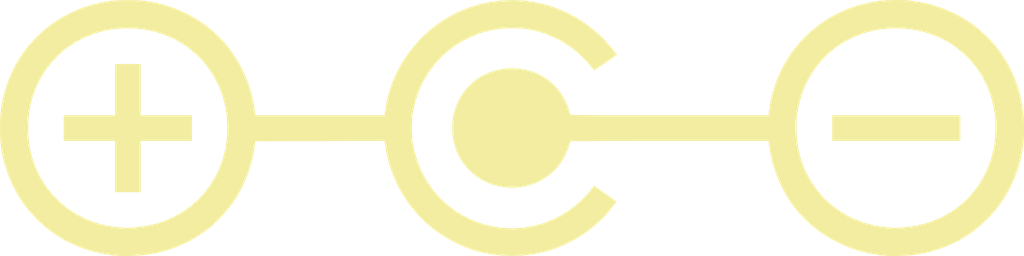
<source format=kicad_pcb>
(kicad_pcb (version 20240108) (generator pcbnew)
  (layers (0 "F.Cu" signal) (31 "B.Cu" signal) (34 "B.Paste" user) (35 "F.Paste" user) (36 "B.SilkS" user "B.Silkscreen") (37 "F.SilkS" user "F.Silkscreen") (38 "B.Mask" user) (39 "F.Mask" user) (44 "Edge.Cuts" user))
  (net 0 "")
  (footprint "Polarity_Center_Negative_30mm_SilkScreen" (layer "F.Cu") (at 0 0)
    (property "Reference" "REF**")
    (property "Value" "Polarity_Center_Negative_30mm_SilkScreen")
    (fp_poly (pts (xy 52.422604 1.497789) (xy 37.444717 1.497789) (xy 37.444717 -1.497788) (xy 52.422604 -1.497788) (xy 52.422604 1.497789)) (layer "F.SilkS") (stroke (width 0.01)) (fill solid))
    (fp_poly (pts (xy -43.373465 -1.497788) (xy -37.38231 -1.497788) (xy -37.38231 1.497789) (xy -43.373465 1.497789) (xy -43.373465 7.488944) (xy -46.369042 7.488944) (xy -46.369042 1.497789) (xy -52.360197 1.497789) (xy -52.360197 -1.497788) (xy -46.369042 -1.497788) (xy -46.369042 -7.488943) (xy -43.373465 -7.488943) (xy -43.373465 -1.497788)) (layer "F.SilkS") (stroke (width 0.01)) (fill solid))
    (fp_poly (pts (xy 45.536144 -14.962137) (xy 46.077953 -14.941246) (xy 46.342278 -14.921504) (xy 47.673298 -14.740136) (xy 48.979578 -14.445772) (xy 50.249959 -14.042952) (xy 51.473284 -13.536216) (xy 52.638395 -12.930103) (xy 53.734134 -12.229154) (xy 54.606879 -11.558631) (xy 55.595169 -10.652648) (xy 56.490726 -9.66517) (xy 57.289682 -8.60235) (xy 57.98817 -7.470339) (xy 58.582322 -6.27529) (xy 59.06827 -5.023353) (xy 59.382219 -3.962828) (xy 59.649049 -2.6984) (xy 59.813847 -1.398987) (xy 59.876159 -0.086725) (xy 59.835527 1.216253) (xy 59.691496 2.487812) (xy 59.532363 3.331813) (xy 59.176031 4.665661) (xy 58.712392 5.941744) (xy 58.144574 7.155415) (xy 57.475702 8.302024) (xy 56.708903 9.376922) (xy 55.847303 10.37546) (xy 54.894029 11.292989) (xy 53.852206 12.124861) (xy 53.412697 12.431704) (xy 52.26223 13.130846) (xy 51.061207 13.717076) (xy 49.807015 14.19139) (xy 48.497042 14.554788) (xy 47.224854 14.794311) (xy 46.905025 14.833563) (xy 46.510012 14.869594) (xy 46.066311 14.901211) (xy 45.600418 14.927222) (xy 45.138831 14.946433) (xy 44.708045 14.957651) (xy 44.334557 14.959686) (xy 44.044864 14.951342) (xy 43.935135 14.942393) (xy 43.780227 14.925332) (xy 43.53945 14.899455) (xy 43.251079 14.868857) (xy 43.061425 14.848919) (xy 41.828215 14.660082) (xy 40.593297 14.355382) (xy 39.374475 13.942237) (xy 38.189556 13.428063) (xy 37.056346 12.820278) (xy 35.992651 12.126299) (xy 35.354054 11.638281) (xy 34.946809 11.287948) (xy 34.500777 10.872191) (xy 34.0497 10.424628) (xy 33.627323 9.978876) (xy 33.267388 9.568551) (xy 33.225008 9.517199) (xy 32.496424 8.532529) (xy 31.846695 7.460873) (xy 31.282064 6.316769) (xy 30.808776 5.114753) (xy 30.433076 3.869364) (xy 30.16121 2.595139) (xy 30.108505 2.262285) (xy 29.996145 1.497789) (xy 18.428546 1.497789) (xy 16.966791 1.49794) (xy 15.625337 1.498413) (xy 14.39967 1.499239) (xy 13.285275 1.500447) (xy 12.277637 1.502069) (xy 11.372243 1.504135) (xy 10.564579 1.506674) (xy 9.850128 1.509718) (xy 9.224378 1.513297) (xy 8.682814 1.517441) (xy 8.220922 1.522181) (xy 7.834186 1.527547) (xy 7.518094 1.533569) (xy 7.268129 1.540278) (xy 7.079779 1.547704) (xy 6.948528 1.555878) (xy 6.869862 1.564829) (xy 6.839267 1.574589) (xy 6.838616 1.575799) (xy 6.586952 2.364546) (xy 6.308675 3.051728) (xy 5.991472 3.659776) (xy 5.623026 4.21112) (xy 5.191024 4.72819) (xy 4.995638 4.932496) (xy 4.324248 5.525311) (xy 3.5925 6.016397) (xy 2.811782 6.405737) (xy 1.993484 6.693316) (xy 1.148996 6.879117) (xy 0.289706 6.963123) (xy -0.572997 6.945318) (xy -1.427722 6.825686) (xy -2.263082 6.60421) (xy -3.067686 6.280875) (xy -3.830146 5.855663) (xy -4.539071 5.328558) (xy -4.950474 4.946792) (xy -5.556048 4.259675) (xy -6.046478 3.53521) (xy -6.428598 2.762518) (xy -6.58418 2.345761) (xy -6.82533 1.444637) (xy -6.950522 0.536804) (xy -6.957562 0.021558) (xy 33.26339 0.021558) (xy 33.316405 1.228826) (xy 33.477397 2.381822) (xy 33.749286 3.493669) (xy 34.134991 4.57749) (xy 34.41806 5.211057) (xy 34.980819 6.241326) (xy 35.639059 7.195459) (xy 36.386186 8.069151) (xy 37.215607 8.858097) (xy 38.120727 9.557992) (xy 39.094952 10.164531) (xy 40.131689 10.673408) (xy 41.224343 11.080318) (xy 42.366319 11.380956) (xy 43.551025 11.571017) (xy 44.247174 11.628458) (xy 44.472226 11.641186) (xy 44.668819 11.653064) (xy 44.746437 11.658179) (xy 44.865021 11.657858) (xy 45.079726 11.64923) (xy 45.362236 11.633713) (xy 45.684234 11.612724) (xy 45.75566 11.60765) (xy 46.980842 11.460384) (xy 48.156476 11.201555) (xy 49.277471 10.835581) (xy 50.338738 10.366879) (xy 51.335186 9.799869) (xy 52.261725 9.138966) (xy 53.113264 8.388589) (xy 53.884713 7.553156) (xy 54.570982 6.637084) (xy 55.166982 5.644791) (xy 55.66762 4.580695) (xy 56.067808 3.449213) (xy 56.326002 2.433907) (xy 56.405039 1.96552) (xy 56.467376 1.408023) (xy 56.511622 0.796179) (xy 56.536393 0.16475) (xy 56.540299 -0.4515) (xy 56.521954 -1.017808) (xy 56.482253 -1.481143) (xy 56.273024 -2.702793) (xy 55.953749 -3.867991) (xy 55.526404 -4.973494) (xy 54.992965 -6.01606) (xy 54.355407 -6.992446) (xy 53.615708 -7.899409) (xy 52.775842 -8.733708) (xy 51.837786 -9.492099) (xy 51.424078 -9.781137) (xy 50.469575 -10.346368) (xy 49.448466 -10.813778) (xy 48.373655 -11.181761) (xy 47.258046 -11.44871) (xy 46.114542 -11.613019) (xy 44.956049 -11.67308) (xy 43.79547 -11.627287) (xy 42.64571 -11.474033) (xy 41.519673 -11.211711) (xy 41.064373 -11.071105) (xy 39.955498 -10.639121) (xy 38.91402 -10.105032) (xy 37.944648 -9.474664) (xy 37.052089 -8.753841) (xy 36.241051 -7.948391) (xy 35.516243 -7.064138) (xy 34.882373 -6.106908) (xy 34.344148 -5.082526) (xy 33.906278 -3.996819) (xy 33.573468 -2.855611) (xy 33.350429 -1.664729) (xy 33.328856 -1.499425) (xy 33.30534 -1.242904) (xy 33.285571 -0.900387) (xy 33.271218 -0.510679) (xy 33.26395 -0.112583) (xy 33.26339 0.021558) (xy -6.957562 0.021558) (xy -6.962872 -0.366988) (xy -6.865497 -1.255992) (xy -6.661514 -2.119459) (xy -6.354038 -2.946639) (xy -5.946186 -3.726785) (xy -5.441075 -4.449147) (xy -4.841821 -5.102977) (xy -4.287112 -5.576824) (xy -3.537326 -6.072166) (xy -2.73379 -6.461463) (xy -1.889091 -6.744402) (xy -1.015816 -6.920668) (xy -0.12655 -6.989945) (xy 0.76612 -6.95192) (xy 1.649608 -6.806276) (xy 2.511329 -6.5527) (xy 3.338695 -6.190876) (xy 4.025307 -5.784738) (xy 4.231396 -5.631746) (xy 4.48637 -5.421533) (xy 4.752075 -5.186338) (xy 4.914182 -5.033669) (xy 5.453855 -4.450105) (xy 5.907611 -3.824328) (xy 6.286023 -3.137365) (xy 6.599661 -2.370238) (xy 6.840499 -1.575798) (xy 6.865448 -1.565943) (xy 6.937918 -1.5569) (xy 7.062423 -1.548638) (xy 7.243477 -1.541126) (xy 7.485592 -1.534335) (xy 7.793283 -1.528234) (xy 8.171062 -1.522793) (xy 8.623443 -1.517981) (xy 9.15494 -1.513768) (xy 9.770066 -1.510123) (xy 10.473333 -1.507017) (xy 11.269256 -1.504418) (xy 12.162348 -1.502297) (xy 13.157123 -1.500623) (xy 14.258093 -1.499366) (xy 15.469772 -1.498495) (xy 16.796674 -1.49798) (xy 18.243311 -1.497791) (xy 18.433437 -1.497788) (xy 30.005926 -1.497788) (xy 30.048749 -1.887837) (xy 30.163131 -2.67045) (xy 30.336365 -3.510697) (xy 30.556864 -4.363173) (xy 30.813042 -5.182469) (xy 31.054394 -5.829181) (xy 31.621669 -7.059056) (xy 32.287967 -8.216189) (xy 33.048127 -9.296574) (xy 33.896985 -10.296206) (xy 34.82938 -11.211078) (xy 35.840151 -12.037184) (xy 36.924135 -12.770518) (xy 38.07617 -13.407073) (xy 39.291095 -13.942844) (xy 40.563747 -14.373823) (xy 41.888965 -14.696005) (xy 42.647486 -14.826728) (xy 43.125382 -14.882616) (xy 43.69033 -14.925054) (xy 44.305197 -14.953088) (xy 44.932847 -14.965767) (xy 45.536144 -14.962137)) (layer "F.SilkS") (stroke (width 0.01)) (fill solid))
    (fp_poly (pts (xy 1.410801 -14.895036) (xy 2.716947 -14.71581) (xy 4.005861 -14.418384) (xy 5.023832 -14.092679) (xy 6.293997 -13.567626) (xy 7.506359 -12.933491) (xy 8.654916 -12.194751) (xy 9.733665 -11.355885) (xy 10.736601 -10.42137) (xy 11.657722 -9.395684) (xy 12.127334 -8.794258) (xy 12.293371 -8.57058) (xy 11.000928 -7.670917) (xy 10.644992 -7.425092) (xy 10.320784 -7.204873) (xy 10.042912 -7.019884) (xy 9.825982 -6.879749) (xy 9.684602 -6.794092) (xy 9.635458 -6.771253) (xy 9.563487 -6.817868) (xy 9.445471 -6.93998) (xy 9.309243 -7.108215) (xy 8.600105 -7.951872) (xy 7.793355 -8.732261) (xy 6.903911 -9.440113) (xy 5.946693 -10.06616) (xy 4.936617 -10.601134) (xy 3.888601 -11.035767) (xy 2.817565 -11.360789) (xy 2.271643 -11.480529) (xy 1.077183 -11.646699) (xy -0.114163 -11.692092) (xy -1.293917 -11.619275) (xy -2.4536 -11.430811) (xy -3.584734 -11.129267) (xy -4.678841 -10.717208) (xy -5.727443 -10.197198) (xy -6.722061 -9.571803) (xy -7.654218 -8.843588) (xy -8.238509 -8.300523) (xy -9.061248 -7.396954) (xy -9.774395 -6.433868) (xy -10.378181 -5.41081) (xy -10.872836 -4.327328) (xy -11.258589 -3.182964) (xy -11.535672 -1.977266) (xy -11.585039 -1.684991) (xy -11.64135 -1.204165) (xy -11.675729 -0.641323) (xy -11.688162 -0.03655) (xy -11.678632 0.570074) (xy -11.647125 1.138463) (xy -11.593625 1.628537) (xy -11.58631 1.676493) (xy -11.336296 2.881069) (xy -10.976291 4.036559) (xy -10.510292 5.136634) (xy -9.942295 6.174967) (xy -9.276294 7.145229) (xy -8.516286 8.041093) (xy -7.666266 8.856229) (xy -6.730229 9.58431) (xy -6.490418 9.74725) (xy -5.449409 10.363171) (xy -4.365354 10.865645) (xy -3.24665 11.25352) (xy -2.101695 11.525647) (xy -0.938885 11.680876) (xy 0.233382 11.718058) (xy 1.406709 11.636043) (xy 2.572698 11.433681) (xy 3.646932 11.135215) (xy 4.777218 10.697502) (xy 5.848825 10.151846) (xy 6.854872 9.503017) (xy 7.788478 8.755788) (xy 8.642762 7.914929) (xy 9.156698 7.314863) (xy 9.620261 6.735131) (xy 9.911973 6.943727) (xy 10.055954 7.045553) (xy 10.280604 7.20305) (xy 10.563946 7.400872) (xy 10.884002 7.623677) (xy 11.217813 7.855438) (xy 11.52829 8.07256) (xy 11.800349 8.266375) (xy 12.018457 8.425524) (xy 12.167082 8.538645) (xy 12.23069 8.594378) (xy 12.231941 8.597167) (xy 12.19208 8.681815) (xy 12.081884 8.841427) (xy 11.915428 9.059025) (xy 11.706787 9.31763) (xy 11.470039 9.600263) (xy 11.219259 9.889945) (xy 10.968523 10.169698) (xy 10.731907 10.422543) (xy 10.643202 10.513522) (xy 9.631488 11.450077) (xy 8.557071 12.279974) (xy 7.424743 13.001208) (xy 6.239297 13.611773) (xy 5.005524 14.109667) (xy 3.728217 14.492884) (xy 2.412167 14.75942) (xy 1.062168 14.907271) (xy 0.062407 14.939109) (xy -1.209514 14.895009) (xy -2.412851 14.760019) (xy -3.569766 14.528943) (xy -4.702421 14.196586) (xy -5.832982 13.757752) (xy -6.692974 13.355569) (xy -7.876875 12.694673) (xy -8.989491 11.933277) (xy -10.025079 11.07708) (xy -10.977896 10.131777) (xy -11.8422 9.103068) (xy -12.612247 7.996648) (xy -13.282046 6.818703) (xy -13.84334 5.593209) (xy -14.284949 4.349669) (xy -14.611977 3.072519) (xy -14.741997 2.367951) (xy -14.881952 1.497293) (xy -29.986978 1.528993) (xy -30.034137 1.965848) (xy -30.197495 3.023501) (xy -30.457964 4.114654) (xy -30.80503 5.209598) (xy -31.228177 6.278623) (xy -31.716892 7.29202) (xy -32.231856 8.17543) (xy -32.71681 8.876681) (xy -33.27198 9.585663) (xy -33.872415 10.27448) (xy -34.493169 10.915236) (xy -35.109293 11.480033) (xy -35.403267 11.721644) (xy -36.521658 12.525837) (xy -37.688458 13.215) (xy -38.903441 13.789052) (xy -40.166382 14.247916) (xy -41.477057 14.59151) (xy -42.835238 14.819757) (xy -44.240703 14.932575) (xy -44.52801 14.941293) (xy -44.909253 14.948074) (xy -45.264542 14.951299) (xy -45.567924 14.950968) (xy -45.793445 14.947079) (xy -45.900983 14.941344) (xy -46.747062 14.846321) (xy -47.499854 14.737165) (xy -48.190636 14.607662) (xy -48.850686 14.451601) (xy -49.511282 14.262767) (xy -49.832679 14.160325) (xy -51.075741 13.687967) (xy -52.258328 13.109359) (xy -53.375251 12.430153) (xy -54.42132 11.656002) (xy -55.391346 10.79256) (xy -56.280138 9.84548) (xy -57.082509 8.820414) (xy -57.793268 7.723017) (xy -58.407226 6.55894) (xy -58.919194 5.333837) (xy -59.323982 4.053362) (xy -59.406373 3.731205) (xy -59.534891 3.179285) (xy -59.634549 2.683952) (xy -59.708659 2.215024) (xy -59.760534 1.742319) (xy -59.793485 1.235655) (xy -59.810825 0.664852) (xy -59.815867 0) (xy -59.81563 -0.031203) (xy -56.541524 -0.031203) (xy -56.483513 1.208505) (xy -56.31059 2.409955) (xy -56.024417 3.567998) (xy -55.626656 4.677488) (xy -55.11897 5.733278) (xy -54.503022 6.730222) (xy -54.240041 7.093727) (xy -53.484915 7.992397) (xy -52.64555 8.802839) (xy -51.730227 9.520608) (xy -50.747225 10.141258) (xy -49.704823 10.660343) (xy -48.611301 11.073418) (xy -47.474939 11.376036) (xy -46.304016 11.563752) (xy -45.838575 11.604939) (xy -45.546747 11.624916) (xy -45.291723 11.642388) (xy -45.105066 11.655192) (xy -45.027273 11.660545) (xy -44.921334 11.659342) (xy -44.717685 11.650043) (xy -44.443066 11.6341) (xy -44.124217 11.612969) (xy -44.032238 11.606434) (xy -42.818941 11.459978) (xy -41.653731 11.202245) (xy -40.541799 10.838428) (xy -39.488341 10.373725) (xy -38.498551 9.813331) (xy -37.577622 9.162441) (xy -36.730748 8.426252) (xy -35.963124 7.609958) (xy -35.279943 6.718757) (xy -34.686399 5.757842) (xy -34.187686 4.732411) (xy -33.788999 3.647659) (xy -33.49553 2.508782) (xy -33.312475 1.320974) (xy -33.27193 0.842507) (xy -33.248753 -0.393481) (xy -33.34051 -1.598463) (xy -33.54377 -2.76626) (xy -33.855103 -3.890688) (xy -34.271077 -4.965567) (xy -34.788262 -5.984715) (xy -35.403226 -6.94195) (xy -36.112538 -7.831091) (xy -36.912768 -8.645956) (xy -37.800484 -9.380363) (xy -38.772255 -10.02813) (xy -39.536685 -10.444696) (xy -40.622933 -10.916206) (xy -41.751395 -11.274941) (xy -42.910636 -11.520823) (xy -44.089222 -11.653775) (xy -45.27572 -11.67372) (xy -46.458694 -11.58058) (xy -47.626711 -11.37428) (xy -48.768336 -11.054741) (xy -49.872137 -10.621887) (xy -50.099331 -10.515973) (xy -51.139667 -9.949873) (xy -52.100461 -9.290754) (xy -52.977909 -8.544808) (xy -53.768206 -7.718226) (xy -54.467548 -6.8172) (xy -55.07213 -5.847921) (xy -55.578149 -4.816582) (xy -55.981799 -3.729374) (xy -56.279276 -2.592489) (xy -56.466777 -1.412118) (xy -56.540496 -0.194453) (xy -56.541524 -0.031203) (xy -59.81563 -0.031203) (xy -59.810816 -0.664246) (xy -59.793534 -1.234407) (xy -59.760829 -1.740887) (xy -59.709511 -2.214088) (xy -59.636385 -2.684414) (xy -59.538261 -3.182268) (xy -59.432566 -3.650859) (xy -59.064656 -4.950688) (xy -58.587866 -6.194647) (xy -58.007331 -7.377663) (xy -57.328184 -8.494659) (xy -56.555559 -9.54056) (xy -55.694591 -10.510291) (xy -54.750412 -11.398775) (xy -53.728158 -12.200937) (xy -52.632962 -12.911703) (xy -51.469958 -13.525995) (xy -50.244279 -14.038739) (xy -48.96106 -14.444859) (xy -48.366094 -14.591501) (xy -47.853294 -14.702347) (xy -47.399432 -14.788139) (xy -46.974935 -14.85184) (xy -46.550231 -14.896417) (xy -46.095748 -14.924834) (xy -45.581915 -14.940058) (xy -44.979158 -14.945053) (xy -44.84005 -14.945081) (xy -44.171566 -14.939025) (xy -43.596401 -14.919893) (xy -43.083443 -14.8844) (xy -42.601579 -14.829264) (xy -42.119697 -14.7512) (xy -41.606685 -14.646925) (xy -41.255374 -14.566737) (xy -40.036815 -14.221606) (xy -38.836784 -13.76823) (xy -37.677249 -13.216986) (xy -36.580176 -12.578252) (xy -35.62549 -11.907323) (xy -35.171361 -11.535414) (xy -34.682608 -11.097164) (xy -34.191596 -10.624068) (xy -33.730693 -10.147623) (xy -33.332263 -9.699324) (xy -33.233452 -9.579606) (xy -32.483402 -8.560116) (xy -31.816784 -7.46521) (xy -31.24117 -6.312358) (xy -30.764135 -5.119029) (xy -30.393253 -3.902695) (xy -30.136097 -2.680825) (xy -30.081373 -2.30909) (xy -30.045648 -2.047566) (xy -30.012389 -1.819671) (xy -29.987382 -1.664623) (xy -29.982361 -1.638206) (xy -29.953396 -1.497788) (xy -14.853072 -1.497788) (xy -14.853072 -1.645724) (xy -14.839944 -1.806884) (xy -14.803989 -2.061964) (xy -14.750348 -2.383239) (xy -14.684166 -2.742989) (xy -14.610583 -3.113491) (xy -14.534742 -3.467021) (xy -14.461787 -3.775859) (xy -14.447766 -3.8307) (xy -14.064002 -5.063776) (xy -13.564342 -6.266948) (xy -12.956219 -7.429542) (xy -12.247064 -8.540885) (xy -11.444306 -9.590301) (xy -10.555378 -10.567117) (xy -9.58771 -11.460658) (xy -8.608818 -12.218038) (xy -7.479785 -12.941096) (xy -6.297992 -13.555579) (xy -5.072186 -14.060284) (xy -3.811118 -14.454009) (xy -2.523536 -14.735549) (xy -1.218189 -14.903703) (xy 0.096173 -14.957266) (xy 1.410801 -14.895036)) (layer "F.SilkS") (stroke (width 0.01)) (fill solid))
  )
)
</source>
